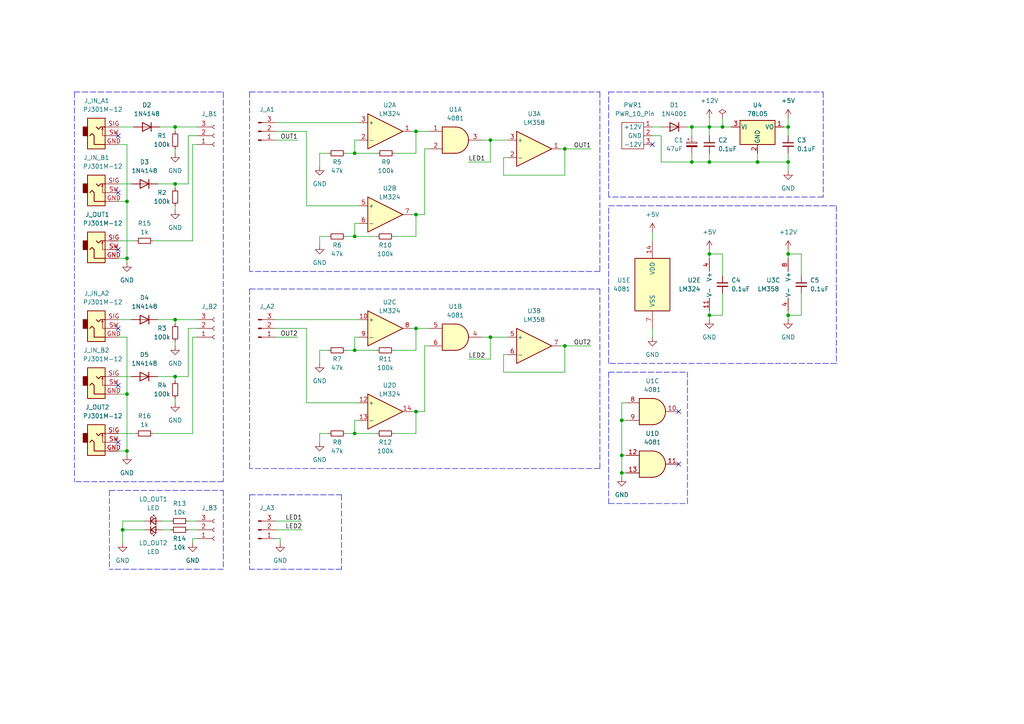
<source format=kicad_sch>
(kicad_sch (version 20211123) (generator eeschema)
  (paper "A4")
  (title_block (title "Avalon Harmonics LOGx") (rev "v1.1") (company "Avalon Harmonics"))
  (lib_symbols
    (symbol "4xxx:4081" (pin_names (offset 1.016))
      (property "Reference" "U" (at 0 1.27 0))
      (property "Value" "4081" (at 0 -1.27 0))
      (symbol "4081_1_1"
        (arc (start 0 -3.81) (mid 3.81 0) (end 0 3.81) (stroke (width 0.254)) (fill (type background)))
        (polyline (pts (xy 0 3.81) (xy -3.81 3.81) (xy -3.81 -3.81) (xy 0 -3.81)) (stroke (width 0.254)) (fill (type background)))
        (pin input line (at -7.62 2.54 0) (length 3.81) (name "~") (number "1"))
        (pin input line (at -7.62 -2.54 0) (length 3.81) (name "~") (number "2"))
        (pin output line (at 7.62 0 180) (length 3.81) (name "~") (number "3"))
      )
      (symbol "4081_1_2"
        (arc (start -3.81 -3.81) (mid -2.589 0) (end -3.81 3.81) (stroke (width 0.254)))
        (arc (start -0.6096 -3.81) (mid 2.1842 -2.5851) (end 3.81 0) (stroke (width 0.254)) (fill (type background)))
        (polyline (pts (xy -3.81 -3.81) (xy -0.635 -3.81)) (stroke (width 0.254)) (fill (type background)))
        (polyline (pts (xy -3.81 3.81) (xy -0.635 3.81)) (stroke (width 0.254)) (fill (type background)))
        (polyline (pts (xy -0.635 3.81) (xy -3.81 3.81) (xy -3.81 3.81) (xy -3.556 3.4036) (xy -3.0226 2.2606) (xy -2.6924 1.0414) (xy -2.6162 -0.254) (xy -2.7686 -1.4986) (xy -3.175 -2.7178) (xy -3.81 -3.81) (xy -3.81 -3.81) (xy -0.635 -3.81)) (stroke (width -25.4)) (fill (type background)))
        (arc (start 3.81 0) (mid 2.1915 2.5936) (end -0.6096 3.81) (stroke (width 0.254)) (fill (type background)))
        (pin input inverted (at -7.62 2.54 0) (length 4.318) (name "~") (number "1"))
        (pin input inverted (at -7.62 -2.54 0) (length 4.318) (name "~") (number "2"))
        (pin output inverted (at 7.62 0 180) (length 3.81) (name "~") (number "3"))
      )
      (symbol "4081_2_1"
        (arc (start 0 -3.81) (mid 3.81 0) (end 0 3.81) (stroke (width 0.254)) (fill (type background)))
        (polyline (pts (xy 0 3.81) (xy -3.81 3.81) (xy -3.81 -3.81) (xy 0 -3.81)) (stroke (width 0.254)) (fill (type background)))
        (pin output line (at 7.62 0 180) (length 3.81) (name "~") (number "4"))
        (pin input line (at -7.62 2.54 0) (length 3.81) (name "~") (number "5"))
        (pin input line (at -7.62 -2.54 0) (length 3.81) (name "~") (number "6"))
      )
      (symbol "4081_2_2"
        (arc (start -3.81 -3.81) (mid -2.589 0) (end -3.81 3.81) (stroke (width 0.254)))
        (arc (start -0.6096 -3.81) (mid 2.1842 -2.5851) (end 3.81 0) (stroke (width 0.254)) (fill (type background)))
        (polyline (pts (xy -3.81 -3.81) (xy -0.635 -3.81)) (stroke (width 0.254)) (fill (type background)))
        (polyline (pts (xy -3.81 3.81) (xy -0.635 3.81)) (stroke (width 0.254)) (fill (type background)))
        (polyline (pts (xy -0.635 3.81) (xy -3.81 3.81) (xy -3.81 3.81) (xy -3.556 3.4036) (xy -3.0226 2.2606) (xy -2.6924 1.0414) (xy -2.6162 -0.254) (xy -2.7686 -1.4986) (xy -3.175 -2.7178) (xy -3.81 -3.81) (xy -3.81 -3.81) (xy -0.635 -3.81)) (stroke (width -25.4)) (fill (type background)))
        (arc (start 3.81 0) (mid 2.1915 2.5936) (end -0.6096 3.81) (stroke (width 0.254)) (fill (type background)))
        (pin output inverted (at 7.62 0 180) (length 3.81) (name "~") (number "4"))
        (pin input inverted (at -7.62 2.54 0) (length 4.318) (name "~") (number "5"))
        (pin input inverted (at -7.62 -2.54 0) (length 4.318) (name "~") (number "6"))
      )
      (symbol "4081_3_1"
        (arc (start 0 -3.81) (mid 3.81 0) (end 0 3.81) (stroke (width 0.254)) (fill (type background)))
        (polyline (pts (xy 0 3.81) (xy -3.81 3.81) (xy -3.81 -3.81) (xy 0 -3.81)) (stroke (width 0.254)) (fill (type background)))
        (pin output line (at 7.62 0 180) (length 3.81) (name "~") (number "10"))
        (pin input line (at -7.62 2.54 0) (length 3.81) (name "~") (number "8"))
        (pin input line (at -7.62 -2.54 0) (length 3.81) (name "~") (number "9"))
      )
      (symbol "4081_3_2"
        (arc (start -3.81 -3.81) (mid -2.589 0) (end -3.81 3.81) (stroke (width 0.254)))
        (arc (start -0.6096 -3.81) (mid 2.1842 -2.5851) (end 3.81 0) (stroke (width 0.254)) (fill (type background)))
        (polyline (pts (xy -3.81 -3.81) (xy -0.635 -3.81)) (stroke (width 0.254)) (fill (type background)))
        (polyline (pts (xy -3.81 3.81) (xy -0.635 3.81)) (stroke (width 0.254)) (fill (type background)))
        (polyline (pts (xy -0.635 3.81) (xy -3.81 3.81) (xy -3.81 3.81) (xy -3.556 3.4036) (xy -3.0226 2.2606) (xy -2.6924 1.0414) (xy -2.6162 -0.254) (xy -2.7686 -1.4986) (xy -3.175 -2.7178) (xy -3.81 -3.81) (xy -3.81 -3.81) (xy -0.635 -3.81)) (stroke (width -25.4)) (fill (type background)))
        (arc (start 3.81 0) (mid 2.1915 2.5936) (end -0.6096 3.81) (stroke (width 0.254)) (fill (type background)))
        (pin output inverted (at 7.62 0 180) (length 3.81) (name "~") (number "10"))
        (pin input inverted (at -7.62 2.54 0) (length 4.318) (name "~") (number "8"))
        (pin input inverted (at -7.62 -2.54 0) (length 4.318) (name "~") (number "9"))
      )
      (symbol "4081_4_1"
        (arc (start 0 -3.81) (mid 3.81 0) (end 0 3.81) (stroke (width 0.254)) (fill (type background)))
        (polyline (pts (xy 0 3.81) (xy -3.81 3.81) (xy -3.81 -3.81) (xy 0 -3.81)) (stroke (width 0.254)) (fill (type background)))
        (pin output line (at 7.62 0 180) (length 3.81) (name "~") (number "11"))
        (pin input line (at -7.62 2.54 0) (length 3.81) (name "~") (number "12"))
        (pin input line (at -7.62 -2.54 0) (length 3.81) (name "~") (number "13"))
      )
      (symbol "4081_4_2"
        (arc (start -3.81 -3.81) (mid -2.589 0) (end -3.81 3.81) (stroke (width 0.254)))
        (arc (start -0.6096 -3.81) (mid 2.1842 -2.5851) (end 3.81 0) (stroke (width 0.254)) (fill (type background)))
        (polyline (pts (xy -3.81 -3.81) (xy -0.635 -3.81)) (stroke (width 0.254)) (fill (type background)))
        (polyline (pts (xy -3.81 3.81) (xy -0.635 3.81)) (stroke (width 0.254)) (fill (type background)))
        (polyline (pts (xy -0.635 3.81) (xy -3.81 3.81) (xy -3.81 3.81) (xy -3.556 3.4036) (xy -3.0226 2.2606) (xy -2.6924 1.0414) (xy -2.6162 -0.254) (xy -2.7686 -1.4986) (xy -3.175 -2.7178) (xy -3.81 -3.81) (xy -3.81 -3.81) (xy -0.635 -3.81)) (stroke (width -25.4)) (fill (type background)))
        (arc (start 3.81 0) (mid 2.1915 2.5936) (end -0.6096 3.81) (stroke (width 0.254)) (fill (type background)))
        (pin output inverted (at 7.62 0 180) (length 3.81) (name "~") (number "11"))
        (pin input inverted (at -7.62 2.54 0) (length 4.318) (name "~") (number "12"))
        (pin input inverted (at -7.62 -2.54 0) (length 4.318) (name "~") (number "13"))
      )
      (symbol "4081_5_0"
        (pin power_in line (at 0 12.7 270) (length 5.08) (name "VDD") (number "14"))
        (pin power_in line (at 0 -12.7 90) (length 5.08) (name "VSS") (number "7"))
      )
      (symbol "4081_5_1"
        (rectangle (start -5.08 7.62) (end 5.08 -7.62) (stroke (width 0.254)) (fill (type background)))
      )
    )
    (symbol "Amplifier_Operational:LM324" (pin_names (offset 0.127))
      (property "Reference" "U" (at 0 5.08 0))
      (property "Value" "LM324" (at 0 -5.08 0))
      (symbol "LM324_1_1"
        (polyline (pts (xy -5.08 5.08) (xy 5.08 0) (xy -5.08 -5.08) (xy -5.08 5.08)) (stroke (width 0.254)) (fill (type background)))
        (pin output line (at 7.62 0 180) (length 2.54) (name "~") (number "1"))
        (pin input line (at -7.62 -2.54 0) (length 2.54) (name "-") (number "2"))
        (pin input line (at -7.62 2.54 0) (length 2.54) (name "+") (number "3"))
      )
      (symbol "LM324_2_1"
        (polyline (pts (xy -5.08 5.08) (xy 5.08 0) (xy -5.08 -5.08) (xy -5.08 5.08)) (stroke (width 0.254)) (fill (type background)))
        (pin input line (at -7.62 2.54 0) (length 2.54) (name "+") (number "5"))
        (pin input line (at -7.62 -2.54 0) (length 2.54) (name "-") (number "6"))
        (pin output line (at 7.62 0 180) (length 2.54) (name "~") (number "7"))
      )
      (symbol "LM324_3_1"
        (polyline (pts (xy -5.08 5.08) (xy 5.08 0) (xy -5.08 -5.08) (xy -5.08 5.08)) (stroke (width 0.254)) (fill (type background)))
        (pin input line (at -7.62 2.54 0) (length 2.54) (name "+") (number "10"))
        (pin output line (at 7.62 0 180) (length 2.54) (name "~") (number "8"))
        (pin input line (at -7.62 -2.54 0) (length 2.54) (name "-") (number "9"))
      )
      (symbol "LM324_4_1"
        (polyline (pts (xy -5.08 5.08) (xy 5.08 0) (xy -5.08 -5.08) (xy -5.08 5.08)) (stroke (width 0.254)) (fill (type background)))
        (pin input line (at -7.62 2.54 0) (length 2.54) (name "+") (number "12"))
        (pin input line (at -7.62 -2.54 0) (length 2.54) (name "-") (number "13"))
        (pin output line (at 7.62 0 180) (length 2.54) (name "~") (number "14"))
      )
      (symbol "LM324_5_1"
        (pin power_in line (at -2.54 -7.62 90) (length 3.81) (name "V-") (number "11"))
        (pin power_in line (at -2.54 7.62 270) (length 3.81) (name "V+") (number "4"))
      )
    )
    (symbol "Amplifier_Operational:LM358" (pin_names (offset 0.127))
      (property "Reference" "U" (at 0 5.08 0))
      (property "Value" "LM358" (at 0 -5.08 0))
      (symbol "LM358_1_1"
        (polyline (pts (xy -5.08 5.08) (xy 5.08 0) (xy -5.08 -5.08) (xy -5.08 5.08)) (stroke (width 0.254)) (fill (type background)))
        (pin output line (at 7.62 0 180) (length 2.54) (name "~") (number "1"))
        (pin input line (at -7.62 -2.54 0) (length 2.54) (name "-") (number "2"))
        (pin input line (at -7.62 2.54 0) (length 2.54) (name "+") (number "3"))
      )
      (symbol "LM358_2_1"
        (polyline (pts (xy -5.08 5.08) (xy 5.08 0) (xy -5.08 -5.08) (xy -5.08 5.08)) (stroke (width 0.254)) (fill (type background)))
        (pin input line (at -7.62 2.54 0) (length 2.54) (name "+") (number "5"))
        (pin input line (at -7.62 -2.54 0) (length 2.54) (name "-") (number "6"))
        (pin output line (at 7.62 0 180) (length 2.54) (name "~") (number "7"))
      )
      (symbol "LM358_3_1"
        (pin power_in line (at -2.54 -7.62 90) (length 3.81) (name "V-") (number "4"))
        (pin power_in line (at -2.54 7.62 270) (length 3.81) (name "V+") (number "8"))
      )
    )
    (symbol "Connector:Conn_01x03_Female" (pin_names (offset 1.016) hide)
      (property "Reference" "J" (at 0 5.08 0))
      (property "Value" "Conn_01x03_Female" (at 0 -5.08 0))
      (symbol "Conn_01x03_Female_1_1"
        (arc (start 0 -2.032) (mid -0.508 -2.54) (end 0 -3.048) (stroke (width 0.1524)))
        (polyline (pts (xy -1.27 -2.54) (xy -0.508 -2.54)) (stroke (width 0.1524)))
        (polyline (pts (xy -1.27 0) (xy -0.508 0)) (stroke (width 0.1524)))
        (polyline (pts (xy -1.27 2.54) (xy -0.508 2.54)) (stroke (width 0.1524)))
        (arc (start 0 0.508) (mid -0.508 0) (end 0 -0.508) (stroke (width 0.1524)))
        (arc (start 0 3.048) (mid -0.508 2.54) (end 0 2.032) (stroke (width 0.1524)))
        (pin passive line (at -5.08 2.54 0) (length 3.81) (name "Pin_1") (number "1"))
        (pin passive line (at -5.08 0 0) (length 3.81) (name "Pin_2") (number "2"))
        (pin passive line (at -5.08 -2.54 0) (length 3.81) (name "Pin_3") (number "3"))
      )
    )
    (symbol "Connector:Conn_01x03_Male" (pin_names (offset 1.016) hide)
      (property "Reference" "J" (at 0 5.08 0))
      (property "Value" "Conn_01x03_Male" (at 0 -5.08 0))
      (symbol "Conn_01x03_Male_1_1"
        (polyline (pts (xy 1.27 -2.54) (xy 0.8636 -2.54)) (stroke (width 0.1524)))
        (polyline (pts (xy 1.27 0) (xy 0.8636 0)) (stroke (width 0.1524)))
        (polyline (pts (xy 1.27 2.54) (xy 0.8636 2.54)) (stroke (width 0.1524)))
        (rectangle (start 0.8636 -2.413) (end 0 -2.667) (stroke (width 0.1524)) (fill (type outline)))
        (rectangle (start 0.8636 0.127) (end 0 -0.127) (stroke (width 0.1524)) (fill (type outline)))
        (rectangle (start 0.8636 2.667) (end 0 2.413) (stroke (width 0.1524)) (fill (type outline)))
        (pin passive line (at 5.08 2.54 180) (length 3.81) (name "Pin_1") (number "1"))
        (pin passive line (at 5.08 0 180) (length 3.81) (name "Pin_2") (number "2"))
        (pin passive line (at 5.08 -2.54 180) (length 3.81) (name "Pin_3") (number "3"))
      )
    )
    (symbol "Device:C_Polarized_Small" (pin_numbers hide) (pin_names (offset 0.254) hide)
      (property "Reference" "C" (at 0.254 1.778 0))
      (property "Value" "C_Polarized_Small" (at 0.254 -2.032 0))
      (symbol "C_Polarized_Small_0_1"
        (rectangle (start -1.524 -0.3048) (end 1.524 -0.6858) (fill (type outline)))
        (rectangle (start -1.524 0.6858) (end 1.524 0.3048))
        (polyline (pts (xy -1.27 1.524) (xy -0.762 1.524)))
        (polyline (pts (xy -1.016 1.27) (xy -1.016 1.778)))
      )
      (symbol "C_Polarized_Small_1_1"
        (pin passive line (at 0 2.54 270) (length 1.8542) (name "~") (number "1"))
        (pin passive line (at 0 -2.54 90) (length 1.8542) (name "~") (number "2"))
      )
    )
    (symbol "Device:C_Small" (pin_numbers hide) (pin_names (offset 0.254) hide)
      (property "Reference" "C" (at 0.254 1.778 0))
      (property "Value" "C_Small" (at 0.254 -2.032 0))
      (symbol "C_Small_0_1"
        (polyline (pts (xy -1.524 -0.508) (xy 1.524 -0.508)) (stroke (width 0.3302)))
        (polyline (pts (xy -1.524 0.508) (xy 1.524 0.508)) (stroke (width 0.3048)))
      )
      (symbol "C_Small_1_1"
        (pin passive line (at 0 2.54 270) (length 2.032) (name "~") (number "1"))
        (pin passive line (at 0 -2.54 90) (length 2.032) (name "~") (number "2"))
      )
    )
    (symbol "Device:LED_Small" (pin_numbers hide) (pin_names (offset 0.254) hide)
      (property "Reference" "D" (at -1.27 3.175 0))
      (property "Value" "LED_Small" (at -4.445 -2.54 0))
      (symbol "LED_Small_0_1"
        (polyline (pts (xy -0.762 -1.016) (xy -0.762 1.016)) (stroke (width 0.254)))
        (polyline (pts (xy 1.016 0) (xy -0.762 0)))
        (polyline (pts (xy 0.762 -1.016) (xy -0.762 0) (xy 0.762 1.016) (xy 0.762 -1.016)) (stroke (width 0.254)))
        (polyline (pts (xy 0 0.762) (xy -0.508 1.27) (xy -0.254 1.27) (xy -0.508 1.27) (xy -0.508 1.016)))
        (polyline (pts (xy 0.508 1.27) (xy 0 1.778) (xy 0.254 1.778) (xy 0 1.778) (xy 0 1.524)))
      )
      (symbol "LED_Small_1_1"
        (pin passive line (at -2.54 0 0) (length 1.778) (name "K") (number "1"))
        (pin passive line (at 2.54 0 180) (length 1.778) (name "A") (number "2"))
      )
    )
    (symbol "Device:R_Small" (pin_numbers hide) (pin_names (offset 0.254) hide)
      (property "Reference" "R" (at 0.762 0.508 0))
      (property "Value" "R_Small" (at 0.762 -1.016 0))
      (symbol "R_Small_0_1"
        (rectangle (start -0.762 1.778) (end 0.762 -1.778) (stroke (width 0.2032)))
      )
      (symbol "R_Small_1_1"
        (pin passive line (at 0 2.54 270) (length 0.762) (name "~") (number "1"))
        (pin passive line (at 0 -2.54 90) (length 0.762) (name "~") (number "2"))
      )
    )
    (symbol "Diode:1N4001" (pin_numbers hide) (pin_names (offset 1.016) hide)
      (property "Reference" "D" (at 0 2.54 0))
      (property "Value" "1N4001" (at 0 -2.54 0))
      (symbol "1N4001_0_1"
        (polyline (pts (xy -1.27 1.27) (xy -1.27 -1.27)) (stroke (width 0.254)))
        (polyline (pts (xy 1.27 0) (xy -1.27 0)))
        (polyline (pts (xy 1.27 1.27) (xy 1.27 -1.27) (xy -1.27 0) (xy 1.27 1.27)) (stroke (width 0.254)))
      )
      (symbol "1N4001_1_1"
        (pin passive line (at -3.81 0 0) (length 2.54) (name "K") (number "1"))
        (pin passive line (at 3.81 0 180) (length 2.54) (name "A") (number "2"))
      )
    )
    (symbol "Diode:1N4148" (pin_numbers hide) (pin_names (offset 1.016) hide)
      (property "Reference" "D" (at 0 2.54 0))
      (property "Value" "1N4148" (at 0 -2.54 0))
      (symbol "1N4148_0_1"
        (polyline (pts (xy -1.27 1.27) (xy -1.27 -1.27)) (stroke (width 0.254)))
        (polyline (pts (xy 1.27 0) (xy -1.27 0)))
        (polyline (pts (xy 1.27 1.27) (xy 1.27 -1.27) (xy -1.27 0) (xy 1.27 1.27)) (stroke (width 0.254)))
      )
      (symbol "1N4148_1_1"
        (pin passive line (at -3.81 0 0) (length 2.54) (name "K") (number "1"))
        (pin passive line (at 3.81 0 180) (length 2.54) (name "A") (number "2"))
      )
    )
    (symbol "Eurorack:PJ301M-12"
      (property "Reference" "J?" (at -0.635 7.62 0))
      (property "Value" "PJ301M-12" (at -0.635 5.08 0))
      (symbol "PJ301M-12_0_1"
        (rectangle (start -2.54 0) (end -3.81 -2.54) (stroke (width 0.254)) (fill (type outline)))
        (polyline (pts (xy 1.778 -0.254) (xy 2.032 -0.762)))
        (polyline (pts (xy 3.81 -5.08) (xy 2.54 -5.08)))
        (polyline (pts (xy 3.81 -2.54) (xy 2.54 -2.54)))
        (polyline (pts (xy 3.81 0) (xy 2.54 0)))
        (polyline (pts (xy 0 0) (xy 0.635 -0.635) (xy 1.27 0) (xy 2.54 0)) (stroke (width 0.254)))
        (polyline (pts (xy 2.54 -2.54) (xy 1.778 -2.54) (xy 1.778 -0.254) (xy 1.524 -0.762)))
        (polyline (pts (xy 2.54 -5.08) (xy -0.635 -5.08) (xy -0.635 -2.54) (xy -1.27 -1.905) (xy -1.905 -2.54)) (stroke (width 0.254)))
        (rectangle (start 2.54 2.54) (end -2.54 -6.35) (stroke (width 0.254)) (fill (type background)))
      )
      (symbol "PJ301M-12_1_1"
        (pin passive line (at 6.35 -5.08 180) (length 2.54) (name "~") (number "GND"))
        (pin passive line (at 6.35 0 180) (length 2.54) (name "~") (number "SIG"))
        (pin passive line (at 6.35 -2.54 180) (length 2.54) (name "~") (number "SW"))
      )
    )
    (symbol "Eurorack:PWR_10_Pin"
      (property "Reference" "H?" (at -5.08 6.35 0))
      (property "Value" "PWR_10_Pin" (at -5.08 3.81 0))
      (symbol "PWR_10_Pin_0_1"
        (rectangle (start -2.54 2.54) (end -8.89 -5.08))
      )
      (symbol "PWR_10_Pin_1_1"
        (pin power_out line (at 0 1.27 180) (length 2.54) (name "+12V") (number "1"))
        (pin power_out line (at 0 -1.27 180) (length 2.54) (name "GND") (number "2"))
        (pin power_out line (at 0 -3.81 180) (length 2.54) (name "-12V") (number "3"))
      )
    )
    (symbol "Regulator_Linear:L78L05_TO92" (pin_names (offset 0.254))
      (property "Reference" "U" (at -3.81 3.175 0))
      (property "Value" "L78L05_TO92" (at 0 3.175 0))
      (symbol "L78L05_TO92_0_1"
        (rectangle (start -5.08 -5.08) (end 5.08 1.905) (stroke (width 0.254)) (fill (type background)))
      )
      (symbol "L78L05_TO92_1_1"
        (pin power_out line (at 7.62 0 180) (length 2.54) (name "VO") (number "1"))
        (pin power_in line (at 0 -7.62 90) (length 2.54) (name "GND") (number "2"))
        (pin power_in line (at -7.62 0 0) (length 2.54) (name "VI") (number "3"))
      )
    )
    (symbol "power:+12V" (power) (pin_names (offset 0))
      (property "Value" "+12V" (at 0 3.556 0))
      (symbol "+12V_0_1"
        (polyline (pts (xy -0.762 1.27) (xy 0 2.54)))
        (polyline (pts (xy 0 0) (xy 0 2.54)))
        (polyline (pts (xy 0 2.54) (xy 0.762 1.27)))
      )
      (symbol "+12V_1_1"
        (pin power_in line (at 0 0 90) (length 0) hide (name "+12V") (number "1"))
      )
    )
    (symbol "power:+5V" (power) (pin_names (offset 0))
      (property "Value" "+5V" (at 0 3.556 0))
      (symbol "+5V_0_1"
        (polyline (pts (xy -0.762 1.27) (xy 0 2.54)))
        (polyline (pts (xy 0 0) (xy 0 2.54)))
        (polyline (pts (xy 0 2.54) (xy 0.762 1.27)))
      )
      (symbol "+5V_1_1"
        (pin power_in line (at 0 0 90) (length 0) hide (name "+5V") (number "1"))
      )
    )
    (symbol "power:GND" (power) (pin_names (offset 0))
      (property "Value" "GND" (at 0 -3.81 0))
      (symbol "GND_0_1"
        (polyline (pts (xy 0 0) (xy 0 -1.27) (xy 1.27 -1.27) (xy 0 -2.54) (xy -1.27 -1.27) (xy 0 -1.27)))
      )
      (symbol "GND_1_1"
        (pin power_in line (at 0 0 270) (length 0) hide (name "GND") (number "1"))
      )
    )
    (symbol "power:PWR_FLAG" (power) (pin_numbers hide) (pin_names (offset 0) hide)
      (property "Value" "PWR_FLAG" (at 0 3.81 0))
      (symbol "PWR_FLAG_0_0"
        (pin power_out line (at 0 0 90) (length 0) (name "pwr") (number "1"))
      )
      (symbol "PWR_FLAG_0_1"
        (polyline (pts (xy 0 0) (xy 0 1.27) (xy -1.016 1.905) (xy 0 2.54) (xy 1.016 1.905) (xy 0 1.27)))
      )
    )
  )
  (junction (at 163.83 100.33))
  (junction (at 102.87 125.73))
  (junction (at 200.66 36.83))
  (junction (at 120.65 38.1))
  (junction (at 205.74 36.83))
  (junction (at 36.83 130.81))
  (junction (at 36.83 114.3))
  (junction (at 180.34 137.16))
  (junction (at 180.34 132.08))
  (junction (at 205.74 73.66))
  (junction (at 163.83 43.18))
  (junction (at 35.56 153.67))
  (junction (at 50.8 92.71))
  (junction (at 120.65 62.23))
  (junction (at 200.66 46.99))
  (junction (at 142.24 40.64))
  (junction (at 228.6 91.44))
  (junction (at 120.65 95.25))
  (junction (at 180.34 121.92))
  (junction (at 205.74 46.99))
  (junction (at 50.8 53.34))
  (junction (at 209.55 36.83))
  (junction (at 102.87 101.6))
  (junction (at 120.65 119.38))
  (junction (at 102.87 68.58))
  (junction (at 228.6 36.83))
  (junction (at 50.8 109.22))
  (junction (at 205.74 91.44))
  (junction (at 228.6 73.66))
  (junction (at 102.87 44.45))
  (junction (at 142.24 97.79))
  (junction (at 50.8 36.83))
  (junction (at 36.83 74.93))
  (junction (at 36.83 58.42))
  (junction (at 219.71 46.99))
  (junction (at 228.6 46.99))
  (no_connect (at 34.29 111.76))
  (no_connect (at 34.29 128.27))
  (no_connect (at 34.29 95.25))
  (no_connect (at 34.29 72.39))
  (no_connect (at 34.29 39.37))
  (no_connect (at 189.23 41.91))
  (no_connect (at 196.85 119.38))
  (no_connect (at 196.85 134.62))
  (no_connect (at 34.29 55.88))
  (wire (pts (xy 135.89 46.99) (xy 142.24 46.99)))
  (wire (pts (xy 191.77 46.99) (xy 200.66 46.99)))
  (wire (pts (xy 181.61 121.92) (xy 180.34 121.92)))
  (wire (pts (xy 189.23 39.37) (xy 191.77 39.37)))
  (wire (pts (xy 80.01 92.71) (xy 104.14 92.71)))
  (wire (pts (xy 46.99 153.67) (xy 49.53 153.67)))
  (wire (pts (xy 205.74 44.45) (xy 205.74 46.99)))
  (wire (pts (xy 232.41 73.66) (xy 228.6 73.66)))
  (wire (pts (xy 50.8 36.83) (xy 57.15 36.83)))
  (wire (pts (xy 228.6 92.71) (xy 228.6 91.44)))
  (wire (pts (xy 102.87 44.45) (xy 109.4094 44.45)))
  (wire (pts (xy 34.29 114.3) (xy 36.83 114.3)))
  (wire (pts (xy 34.29 92.71) (xy 38.1 92.71)))
  (wire (pts (xy 80.01 95.25) (xy 88.9 95.25)))
  (polyline (pts (xy 21.59 26.67) (xy 21.59 139.7)))
  (polyline (pts (xy 176.53 26.67) (xy 238.76 26.67)))
  (wire (pts (xy 181.61 116.84) (xy 180.34 116.84)))
  (wire (pts (xy 80.01 156.21) (xy 81.28 156.21)))
  (wire (pts (xy 163.83 50.8) (xy 163.83 43.18)))
  (wire (pts (xy 50.8 92.71) (xy 57.15 92.71)))
  (wire (pts (xy 147.32 102.87) (xy 146.05 102.87)))
  (wire (pts (xy 114.4894 44.45) (xy 120.65 44.45)))
  (wire (pts (xy 120.65 38.1) (xy 124.46 38.1)))
  (polyline (pts (xy 64.77 165.1) (xy 31.75 165.1)))
  (wire (pts (xy 123.19 62.23) (xy 120.65 62.23)))
  (polyline (pts (xy 72.39 26.67) (xy 72.39 78.74)))
  (wire (pts (xy 54.61 109.22) (xy 50.8 109.22)))
  (wire (pts (xy 232.41 91.44) (xy 228.6 91.44)))
  (wire (pts (xy 147.32 45.72) (xy 146.05 45.72)))
  (wire (pts (xy 50.8 110.49) (xy 50.8 109.22)))
  (wire (pts (xy 57.15 97.79) (xy 55.88 97.79)))
  (polyline (pts (xy 176.53 57.15) (xy 176.53 26.67)))
  (polyline (pts (xy 64.77 139.7) (xy 21.59 139.7)))
  (wire (pts (xy 100.33 101.6) (xy 102.87 101.6)))
  (polyline (pts (xy 199.39 146.05) (xy 199.39 107.95)))
  (wire (pts (xy 228.6 36.83) (xy 227.33 36.83)))
  (wire (pts (xy 54.61 39.37) (xy 54.61 53.34)))
  (wire (pts (xy 135.89 104.14) (xy 142.24 104.14)))
  (wire (pts (xy 146.05 102.87) (xy 146.05 107.95)))
  (wire (pts (xy 120.65 95.25) (xy 124.46 95.25)))
  (wire (pts (xy 123.19 119.38) (xy 120.65 119.38)))
  (polyline (pts (xy 173.99 78.74) (xy 72.39 78.74)))
  (polyline (pts (xy 176.53 105.41) (xy 176.53 59.69)))
  (wire (pts (xy 45.6894 109.22) (xy 50.8 109.22)))
  (wire (pts (xy 219.71 46.99) (xy 228.6 46.99)))
  (wire (pts (xy 120.65 68.58) (xy 120.65 62.23)))
  (polyline (pts (xy 242.57 105.41) (xy 176.53 105.41)))
  (wire (pts (xy 54.61 95.25) (xy 54.61 109.22)))
  (wire (pts (xy 100.33 68.58) (xy 102.87 68.58)))
  (wire (pts (xy 205.74 90.17) (xy 205.74 91.44)))
  (polyline (pts (xy 72.39 26.67) (xy 173.99 26.67)))
  (polyline (pts (xy 242.57 59.69) (xy 242.57 105.41)))
  (wire (pts (xy 35.56 151.13) (xy 35.56 153.67)))
  (wire (pts (xy 205.74 34.29) (xy 205.74 36.83)))
  (wire (pts (xy 50.8 38.1) (xy 50.8 36.83)))
  (wire (pts (xy 209.55 91.44) (xy 205.74 91.44)))
  (wire (pts (xy 38.1 53.34) (xy 34.29 53.34)))
  (wire (pts (xy 228.6 46.99) (xy 228.6 49.53)))
  (wire (pts (xy 88.9 116.84) (xy 104.14 116.84)))
  (wire (pts (xy 209.55 80.01) (xy 209.55 73.66)))
  (wire (pts (xy 55.88 69.85) (xy 44.45 69.85)))
  (polyline (pts (xy 238.76 57.15) (xy 176.53 57.15)))
  (wire (pts (xy 200.66 36.83) (xy 200.66 39.37)))
  (wire (pts (xy 34.29 97.79) (xy 36.83 97.79)))
  (polyline (pts (xy 21.59 26.67) (xy 64.77 26.67)))
  (polyline (pts (xy 99.06 165.1) (xy 72.39 165.1)))
  (wire (pts (xy 92.71 101.6) (xy 92.71 105.41)))
  (wire (pts (xy 228.6 73.66) (xy 228.6 74.93)))
  (wire (pts (xy 200.66 46.99) (xy 205.74 46.99)))
  (wire (pts (xy 200.66 36.83) (xy 199.39 36.83)))
  (wire (pts (xy 39.37 125.73) (xy 34.29 125.73)))
  (wire (pts (xy 36.83 41.91) (xy 36.83 58.42)))
  (wire (pts (xy 181.61 132.08) (xy 180.34 132.08)))
  (wire (pts (xy 142.24 97.79) (xy 142.24 104.14)))
  (wire (pts (xy 80.01 40.64) (xy 86.36 40.64)))
  (wire (pts (xy 191.77 39.37) (xy 191.77 46.99)))
  (wire (pts (xy 41.91 151.13) (xy 35.56 151.13)))
  (wire (pts (xy 205.74 91.44) (xy 205.74 92.71)))
  (wire (pts (xy 205.74 46.99) (xy 219.71 46.99)))
  (wire (pts (xy 104.14 97.79) (xy 102.87 97.79)))
  (wire (pts (xy 104.14 40.64) (xy 102.87 40.64)))
  (polyline (pts (xy 72.39 143.51) (xy 72.39 165.1)))
  (wire (pts (xy 205.74 72.39) (xy 205.74 73.66)))
  (wire (pts (xy 120.65 38.1) (xy 119.38 38.1)))
  (wire (pts (xy 35.56 153.67) (xy 35.56 157.48)))
  (wire (pts (xy 124.46 43.18) (xy 123.19 43.18)))
  (polyline (pts (xy 176.53 107.95) (xy 176.53 146.05)))
  (wire (pts (xy 180.34 121.92) (xy 180.34 132.08)))
  (polyline (pts (xy 176.53 146.05) (xy 199.39 146.05)))
  (wire (pts (xy 88.9 59.69) (xy 104.14 59.69)))
  (wire (pts (xy 50.8 43.18) (xy 50.8 44.45)))
  (wire (pts (xy 34.29 130.81) (xy 36.83 130.81)))
  (wire (pts (xy 209.55 34.29) (xy 209.55 36.83)))
  (polyline (pts (xy 173.99 83.82) (xy 173.99 135.89)))
  (wire (pts (xy 80.01 151.13) (xy 87.63 151.13)))
  (wire (pts (xy 205.74 73.66) (xy 205.74 74.93)))
  (wire (pts (xy 189.23 95.25) (xy 189.23 97.79)))
  (wire (pts (xy 50.8 99.06) (xy 50.8 100.33)))
  (wire (pts (xy 92.71 68.58) (xy 92.71 71.12)))
  (wire (pts (xy 120.65 125.73) (xy 120.65 119.38)))
  (wire (pts (xy 55.88 97.79) (xy 55.88 125.73)))
  (wire (pts (xy 38.0694 109.22) (xy 34.29 109.22)))
  (wire (pts (xy 34.29 41.91) (xy 36.83 41.91)))
  (wire (pts (xy 142.24 40.64) (xy 147.32 40.64)))
  (polyline (pts (xy 176.53 59.69) (xy 242.57 59.69)))
  (wire (pts (xy 205.74 39.37) (xy 205.74 36.83)))
  (wire (pts (xy 36.83 58.42) (xy 36.83 74.93)))
  (polyline (pts (xy 176.53 107.95) (xy 199.39 107.95)))
  (wire (pts (xy 80.01 38.1) (xy 88.9 38.1)))
  (polyline (pts (xy 99.06 143.51) (xy 99.06 165.1)))
  (wire (pts (xy 55.88 156.21) (xy 55.88 157.48)))
  (wire (pts (xy 114.3 101.6) (xy 120.65 101.6)))
  (wire (pts (xy 163.83 107.95) (xy 163.83 100.33)))
  (polyline (pts (xy 72.39 83.82) (xy 72.39 135.89)))
  (wire (pts (xy 228.6 39.37) (xy 228.6 36.83)))
  (wire (pts (xy 92.71 125.73) (xy 95.25 125.73)))
  (wire (pts (xy 45.72 92.71) (xy 50.8 92.71)))
  (wire (pts (xy 57.15 95.25) (xy 54.61 95.25)))
  (wire (pts (xy 57.15 41.91) (xy 55.88 41.91)))
  (wire (pts (xy 92.71 44.45) (xy 92.71 48.26)))
  (wire (pts (xy 200.66 36.83) (xy 205.74 36.83)))
  (wire (pts (xy 232.41 80.01) (xy 232.41 73.66)))
  (wire (pts (xy 102.87 40.64) (xy 102.87 44.45)))
  (wire (pts (xy 54.61 153.67) (xy 57.15 153.67)))
  (wire (pts (xy 102.87 97.79) (xy 102.87 101.6)))
  (wire (pts (xy 92.71 44.45) (xy 95.25 44.45)))
  (wire (pts (xy 88.9 95.25) (xy 88.9 116.84)))
  (wire (pts (xy 180.34 132.08) (xy 180.34 137.16)))
  (wire (pts (xy 92.71 101.6) (xy 95.25 101.6)))
  (wire (pts (xy 146.05 50.8) (xy 163.83 50.8)))
  (wire (pts (xy 80.01 35.56) (xy 104.14 35.56)))
  (wire (pts (xy 180.34 137.16) (xy 181.61 137.16)))
  (wire (pts (xy 189.23 36.83) (xy 191.77 36.83)))
  (wire (pts (xy 180.34 116.84) (xy 180.34 121.92)))
  (wire (pts (xy 228.6 44.45) (xy 228.6 46.99)))
  (wire (pts (xy 54.61 53.34) (xy 50.8 53.34)))
  (wire (pts (xy 209.55 73.66) (xy 205.74 73.66)))
  (wire (pts (xy 163.83 43.18) (xy 171.45 43.18)))
  (polyline (pts (xy 31.75 142.24) (xy 64.77 142.24)))
  (wire (pts (xy 114.3 68.58) (xy 120.65 68.58)))
  (wire (pts (xy 39.37 69.85) (xy 34.29 69.85)))
  (wire (pts (xy 36.83 132.08) (xy 36.83 130.81)))
  (wire (pts (xy 80.01 97.79) (xy 86.36 97.79)))
  (wire (pts (xy 100.33 44.45) (xy 102.87 44.45)))
  (wire (pts (xy 228.6 34.29) (xy 228.6 36.83)))
  (wire (pts (xy 180.34 138.43) (xy 180.34 137.16)))
  (wire (pts (xy 92.71 125.73) (xy 92.71 128.27)))
  (wire (pts (xy 123.19 100.33) (xy 123.19 119.38)))
  (wire (pts (xy 142.24 40.64) (xy 142.24 46.99)))
  (wire (pts (xy 146.05 107.95) (xy 163.83 107.95)))
  (wire (pts (xy 163.83 43.18) (xy 162.56 43.18)))
  (polyline (pts (xy 64.77 142.24) (xy 64.77 165.1)))
  (polyline (pts (xy 72.39 143.51) (xy 99.06 143.51)))
  (wire (pts (xy 124.46 100.33) (xy 123.19 100.33)))
  (wire (pts (xy 200.66 44.45) (xy 200.66 46.99)))
  (wire (pts (xy 80.01 153.67) (xy 87.63 153.67)))
  (wire (pts (xy 102.87 68.58) (xy 109.22 68.58)))
  (wire (pts (xy 55.88 41.91) (xy 55.88 69.85)))
  (wire (pts (xy 92.71 68.58) (xy 95.25 68.58)))
  (wire (pts (xy 81.28 156.21) (xy 81.28 157.48)))
  (wire (pts (xy 228.6 90.17) (xy 228.6 91.44)))
  (polyline (pts (xy 238.76 26.67) (xy 238.76 57.15)))
  (wire (pts (xy 228.6 72.39) (xy 228.6 73.66)))
  (wire (pts (xy 120.65 44.45) (xy 120.65 38.1)))
  (wire (pts (xy 120.65 101.6) (xy 120.65 95.25)))
  (wire (pts (xy 163.83 100.33) (xy 162.56 100.33)))
  (wire (pts (xy 34.29 36.83) (xy 38.7695 36.83)))
  (wire (pts (xy 35.56 153.67) (xy 41.91 153.67)))
  (wire (pts (xy 102.87 125.73) (xy 109.22 125.73)))
  (wire (pts (xy 36.83 74.93) (xy 34.29 74.93)))
  (wire (pts (xy 209.55 85.09) (xy 209.55 91.44)))
  (wire (pts (xy 36.83 114.3) (xy 36.83 130.81)))
  (wire (pts (xy 46.99 151.13) (xy 49.53 151.13)))
  (wire (pts (xy 34.29 58.42) (xy 36.83 58.42)))
  (wire (pts (xy 120.65 62.23) (xy 119.38 62.23)))
  (wire (pts (xy 219.71 44.45) (xy 219.71 46.99)))
  (wire (pts (xy 209.55 36.83) (xy 205.74 36.83)))
  (wire (pts (xy 55.88 125.73) (xy 44.45 125.73)))
  (wire (pts (xy 163.83 100.33) (xy 171.45 100.33)))
  (wire (pts (xy 46.3895 36.83) (xy 50.8 36.83)))
  (wire (pts (xy 146.05 45.72) (xy 146.05 50.8)))
  (wire (pts (xy 88.9 38.1) (xy 88.9 59.69)))
  (polyline (pts (xy 173.99 135.89) (xy 72.39 135.89)))
  (wire (pts (xy 120.65 95.25) (xy 119.38 95.25)))
  (wire (pts (xy 100.33 125.73) (xy 102.87 125.73)))
  (wire (pts (xy 120.65 119.38) (xy 119.38 119.38)))
  (wire (pts (xy 36.83 97.79) (xy 36.83 114.3)))
  (wire (pts (xy 50.8 54.61) (xy 50.8 53.34)))
  (polyline (pts (xy 72.39 83.82) (xy 173.99 83.82)))
  (wire (pts (xy 114.3 125.73) (xy 120.65 125.73)))
  (polyline (pts (xy 173.99 26.67) (xy 173.99 78.74)))
  (wire (pts (xy 54.61 151.13) (xy 57.15 151.13)))
  (wire (pts (xy 50.8 92.71) (xy 50.8 93.98)))
  (wire (pts (xy 104.14 64.77) (xy 102.87 64.77)))
  (wire (pts (xy 232.41 85.09) (xy 232.41 91.44)))
  (wire (pts (xy 139.7 97.79) (xy 142.24 97.79)))
  (wire (pts (xy 102.87 101.6) (xy 109.22 101.6)))
  (wire (pts (xy 45.72 53.34) (xy 50.8 53.34)))
  (wire (pts (xy 209.55 36.83) (xy 212.09 36.83)))
  (wire (pts (xy 57.15 39.37) (xy 54.61 39.37)))
  (wire (pts (xy 50.8 59.69) (xy 50.8 60.96)))
  (wire (pts (xy 102.87 64.77) (xy 102.87 68.58)))
  (wire (pts (xy 57.15 156.21) (xy 55.88 156.21)))
  (polyline (pts (xy 31.75 142.24) (xy 31.75 165.1)))
  (wire (pts (xy 189.23 67.31) (xy 189.23 69.85)))
  (wire (pts (xy 139.7 40.64) (xy 142.24 40.64)))
  (wire (pts (xy 36.83 76.2) (xy 36.83 74.93)))
  (wire (pts (xy 50.8 115.57) (xy 50.8 116.84)))
  (polyline (pts (xy 64.77 26.67) (xy 64.77 139.7)))
  (wire (pts (xy 123.19 43.18) (xy 123.19 62.23)))
  (wire (pts (xy 142.24 97.79) (xy 147.32 97.79)))
  (wire (pts (xy 102.87 121.92) (xy 102.87 125.73)))
  (wire (pts (xy 104.14 121.92) (xy 102.87 121.92)))
  (label "OUT2" (at 86.36 97.79 180))
  (label "LED2" (at 135.89 104.14 0))
  (label "LED1" (at 135.89 46.99 0))
  (label "OUT2" (at 171.45 100.33 180))
  (label "OUT1" (at 171.45 43.18 180))
  (label "LED2" (at 87.63 153.67 180))
  (label "OUT1" (at 86.36 40.64 180))
  (label "LED1" (at 87.63 151.13 180))
  (symbol (lib_id "Device:R_Small") (at 52.07 151.13 270) (unit 1)
    (property "Reference" "R13" (at 52.07 146.05 90))
    (property "Value" "10k" (at 52.07 148.59 90))
    (property "Footprint" "Resistor_THT:R_Axial_DIN0207_L6.3mm_D2.5mm_P10.16mm_Horizontal" (effects hide))
  )
  (symbol (lib_id "4xxx:4081") (at 189.23 134.62 0) (unit 4)
    (property "Reference" "U1" (at 189.23 125.73 0))
    (property "Value" "4081" (at 189.23 128.27 0))
    (property "Footprint" "Package_DIP:DIP-14_W7.62mm_Socket_LongPads" (effects hide))
    (property "Datasheet" "http://www.intersil.com/content/dam/Intersil/documents/cd40/cd4073bms-81bms-82bms.pdf" (effects hide))
  )
  (symbol (lib_id "Device:R_Small") (at 50.8 57.15 0) (unit 1)
    (property "Reference" "R2" (at 46.99 55.88 0))
    (property "Value" "100k" (at 46.99 58.42 0))
    (property "Footprint" "Resistor_THT:R_Axial_DIN0207_L6.3mm_D2.5mm_P10.16mm_Horizontal" (effects hide))
  )
  (symbol (lib_id "Eurorack:PJ301M-12") (at 27.94 92.71 0) (unit 1)
    (property "Reference" "J_IN_A2" (at 31.75 85.09 0) (effects (justify right)))
    (property "Value" "PJ301M-12" (at 35.56 87.63 0) (effects (justify right)))
    (property "Footprint" "Eurorack:PJ301M-12" (effects hide))
  )
  (symbol (lib_id "4xxx:4081") (at 189.23 82.55 0) (mirror y) (unit 5)
    (property "Reference" "U1" (at 182.88 81.2799 0) (effects (justify left)))
    (property "Value" "4081" (at 182.88 83.8199 0) (effects (justify left)))
    (property "Footprint" "Package_DIP:DIP-14_W7.62mm_Socket_LongPads" (effects hide))
    (property "Datasheet" "http://www.intersil.com/content/dam/Intersil/documents/cd40/cd4073bms-81bms-82bms.pdf" (effects hide))
  )
  (symbol (lib_id "Amplifier_Operational:LM324") (at 111.76 38.1 0) (unit 1)
    (property "Reference" "U2" (at 113.03 30.48 0))
    (property "Value" "LM324" (at 113.03 33.02 0))
    (property "Footprint" "Package_DIP:DIP-14_W7.62mm_Socket_LongPads" (effects hide))
    (property "Datasheet" "http://www.ti.com/lit/ds/symlink/lm2902-n.pdf" (effects hide))
    (property "Spice_Primitive" "X" (effects hide))
    (property "Spice_Model" "LM324" (effects hide))
    (property "Spice_Netlist_Enabled" "Y" (effects hide))
    (property "Spice_Lib_File" "/home/ebu/Documents/KiCad/KiCad-Spice-Library/Models/uncategorized/spice_complete/cadlab.lib" (effects hide))
  )
  (symbol (lib_id "Connector:Conn_01x03_Male") (at 74.93 95.25 0) (mirror x) (unit 1)
    (property "Reference" "J_A2" (at 77.47 88.9 0))
    (property "Value" "Conn_01x03_Male" (effects hide))
    (property "Footprint" "Connector_PinHeader_2.54mm:PinHeader_1x03_P2.54mm_Vertical" (effects hide))
  )
  (symbol (lib_id "4xxx:4081") (at 189.23 119.38 0) (unit 3)
    (property "Reference" "U1" (at 189.23 110.49 0))
    (property "Value" "4081" (at 189.23 113.03 0))
    (property "Footprint" "Package_DIP:DIP-14_W7.62mm_Socket_LongPads" (effects hide))
    (property "Datasheet" "http://www.intersil.com/content/dam/Intersil/documents/cd40/cd4073bms-81bms-82bms.pdf" (effects hide))
  )
  (symbol (lib_id "Amplifier_Operational:LM358") (at 231.14 82.55 0) (unit 3)
    (property "Reference" "U3" (at 222.25 81.28 0) (effects (justify left)))
    (property "Value" "LM358" (at 219.71 83.82 0) (effects (justify left)))
    (property "Footprint" "Package_DIP:DIP-8_W7.62mm_Socket_LongPads" (effects hide))
    (property "Datasheet" "http://www.ti.com/lit/ds/symlink/lm2904-n.pdf" (effects hide))
  )
  (symbol (lib_id "Device:R_Small") (at 111.76 101.6 270) (mirror x) (unit 1)
    (property "Reference" "R11" (at 111.76 104.14 90))
    (property "Value" "100k" (at 111.76 106.68 90))
    (property "Footprint" "Resistor_THT:R_Axial_DIN0207_L6.3mm_D2.5mm_P2.54mm_Vertical" (effects hide))
  )
  (symbol (lib_id "Connector:Conn_01x03_Female") (at 62.23 95.25 0) (mirror x) (unit 1)
    (property "Reference" "J_B2" (at 58.42 88.9 0) (effects (justify left)))
    (property "Value" "Conn_01x03_Female" (effects hide))
    (property "Footprint" "Connector_PinHeader_2.54mm:PinHeader_1x03_P2.54mm_Vertical" (effects hide))
  )
  (symbol (lib_id "power:+5V") (at 205.74 72.39 0) (unit 1)
    (property "Reference" "#PWR0114" (effects hide))
    (property "Value" "+5V" (at 205.74 67.31 0))
  )
  (symbol (lib_id "power:GND") (at 81.28 157.48 0) (unit 1)
    (property "Reference" "#PWR0107" (effects hide))
    (property "Value" "GND" (at 81.28 162.56 0))
  )
  (symbol (lib_id "power:GND") (at 92.71 48.26 0) (unit 1)
    (property "Reference" "#PWR0104" (effects hide))
    (property "Value" "GND" (at 92.71 53.34 0))
  )
  (symbol (lib_id "Amplifier_Operational:LM358") (at 154.94 43.18 0) (unit 1)
    (property "Reference" "U3" (at 154.94 33.02 0))
    (property "Value" "LM358" (at 154.94 35.56 0))
    (property "Footprint" "Package_DIP:DIP-8_W7.62mm_Socket_LongPads" (effects hide))
    (property "Datasheet" "http://www.ti.com/lit/ds/symlink/lm2904-n.pdf" (effects hide))
  )
  (symbol (lib_id "Eurorack:PJ301M-12") (at 27.94 69.85 0) (unit 1)
    (property "Reference" "J_OUT1" (at 31.75 62.23 0) (effects (justify right)))
    (property "Value" "PJ301M-12" (at 35.56 64.77 0) (effects (justify right)))
    (property "Footprint" "Eurorack:PJ301M-12" (effects hide))
  )
  (symbol (lib_id "4xxx:4081") (at 132.08 40.64 0) (unit 1)
    (property "Reference" "U1" (at 132.08 31.75 0))
    (property "Value" "4081" (at 132.08 34.29 0))
    (property "Footprint" "Package_DIP:DIP-14_W7.62mm_Socket_LongPads" (effects hide))
    (property "Datasheet" "http://www.intersil.com/content/dam/Intersil/documents/cd40/cd4073bms-81bms-82bms.pdf" (effects hide))
  )
  (symbol (lib_id "Device:C_Small") (at 205.74 41.91 0) (unit 1)
    (property "Reference" "C2" (at 208.28 40.6462 0) (effects (justify left)))
    (property "Value" "0.1uF" (at 208.28 43.1862 0) (effects (justify left)))
    (property "Footprint" "Capacitor_THT:C_Disc_D7.0mm_W2.5mm_P5.00mm" (effects hide))
  )
  (symbol (lib_id "Amplifier_Operational:LM324") (at 111.76 62.23 0) (unit 2)
    (property "Reference" "U2" (at 113.03 54.61 0))
    (property "Value" "LM324" (at 113.03 57.15 0))
    (property "Footprint" "Package_DIP:DIP-14_W7.62mm_Socket_LongPads" (effects hide))
    (property "Datasheet" "http://www.ti.com/lit/ds/symlink/lm2902-n.pdf" (effects hide))
    (property "Spice_Primitive" "X" (effects hide))
    (property "Spice_Model" "LM324" (effects hide))
    (property "Spice_Netlist_Enabled" "Y" (effects hide))
    (property "Spice_Lib_File" "/home/ebu/Documents/KiCad/KiCad-Spice-Library/Models/uncategorized/spice_complete/cadlab.lib" (effects hide))
  )
  (symbol (lib_id "Device:R_Small") (at 50.8 40.64 0) (unit 1)
    (property "Reference" "R1" (at 46.99 39.37 0))
    (property "Value" "100k" (at 46.99 41.91 0))
    (property "Footprint" "Resistor_THT:R_Axial_DIN0207_L6.3mm_D2.5mm_P10.16mm_Horizontal" (effects hide))
  )
  (symbol (lib_id "Amplifier_Operational:LM324") (at 208.28 82.55 0) (unit 5)
    (property "Reference" "U2" (at 199.39 81.28 0) (effects (justify left)))
    (property "Value" "LM324" (at 196.85 83.82 0) (effects (justify left)))
    (property "Footprint" "Package_DIP:DIP-14_W7.62mm_Socket_LongPads" (effects hide))
    (property "Datasheet" "http://www.ti.com/lit/ds/symlink/lm2902-n.pdf" (effects hide))
    (property "Spice_Primitive" "X" (effects hide))
    (property "Spice_Model" "LM324" (effects hide))
    (property "Spice_Netlist_Enabled" "Y" (effects hide))
    (property "Spice_Lib_File" "/home/ebu/Documents/KiCad/KiCad-Spice-Library/Models/uncategorized/spice_complete/cadlab.lib" (effects hide))
  )
  (symbol (lib_id "Diode:1N4001") (at 195.58 36.83 180) (unit 1)
    (property "Reference" "D1" (at 195.58 30.48 0))
    (property "Value" "1N4001" (at 195.58 33.02 0))
    (property "Footprint" "Diode_THT:D_DO-41_SOD81_P10.16mm_Horizontal" (effects hide))
    (property "Datasheet" "http://www.vishay.com/docs/88503/1n4001.pdf" (effects hide))
  )
  (symbol (lib_id "Amplifier_Operational:LM324") (at 111.76 119.38 0) (unit 4)
    (property "Reference" "U2" (at 113.03 111.76 0))
    (property "Value" "LM324" (at 113.03 114.3 0))
    (property "Footprint" "Package_DIP:DIP-14_W7.62mm_Socket_LongPads" (effects hide))
    (property "Datasheet" "http://www.ti.com/lit/ds/symlink/lm2902-n.pdf" (effects hide))
    (property "Spice_Primitive" "X" (effects hide))
    (property "Spice_Model" "LM324" (effects hide))
    (property "Spice_Netlist_Enabled" "Y" (effects hide))
    (property "Spice_Lib_File" "/home/ebu/Documents/KiCad/KiCad-Spice-Library/Models/uncategorized/spice_complete/cadlab.lib" (effects hide))
  )
  (symbol (lib_id "Device:R_Small") (at 97.79 44.45 270) (mirror x) (unit 1)
    (property "Reference" "R5" (at 97.79 46.99 90))
    (property "Value" "47k" (at 97.79 49.53 90))
    (property "Footprint" "Resistor_THT:R_Axial_DIN0207_L6.3mm_D2.5mm_P2.54mm_Vertical" (effects hide))
  )
  (symbol (lib_id "power:GND") (at 36.83 132.08 0) (unit 1)
    (property "Reference" "#PWR0108" (effects hide))
    (property "Value" "GND" (at 36.83 137.16 0))
  )
  (symbol (lib_id "power:+12V") (at 228.6 72.39 0) (unit 1)
    (property "Reference" "#PWR0122" (effects hide))
    (property "Value" "+12V" (at 228.6 67.31 0))
  )
  (symbol (lib_id "power:GND") (at 180.34 138.43 0) (unit 1)
    (property "Reference" "#PWR0109" (effects hide))
    (property "Value" "GND" (at 180.34 143.51 0))
  )
  (symbol (lib_id "Eurorack:PJ301M-12") (at 27.94 36.83 0) (unit 1)
    (property "Reference" "J_IN_A1" (at 31.75 29.21 0) (effects (justify right)))
    (property "Value" "PJ301M-12" (at 35.56 31.75 0) (effects (justify right)))
    (property "Footprint" "Eurorack:PJ301M-12" (effects hide))
  )
  (symbol (lib_id "Amplifier_Operational:LM324") (at 111.76 95.25 0) (unit 3)
    (property "Reference" "U2" (at 113.03 87.63 0))
    (property "Value" "LM324" (at 113.03 90.17 0))
    (property "Footprint" "Package_DIP:DIP-14_W7.62mm_Socket_LongPads" (effects hide))
    (property "Datasheet" "http://www.ti.com/lit/ds/symlink/lm2902-n.pdf" (effects hide))
    (property "Spice_Primitive" "X" (effects hide))
    (property "Spice_Model" "LM324" (effects hide))
    (property "Spice_Netlist_Enabled" "Y" (effects hide))
    (property "Spice_Lib_File" "/home/ebu/Documents/KiCad/KiCad-Spice-Library/Models/uncategorized/spice_complete/cadlab.lib" (effects hide))
  )
  (symbol (lib_id "power:+12V") (at 205.74 34.29 0) (unit 1)
    (property "Reference" "#PWR0121" (effects hide))
    (property "Value" "+12V" (at 205.74 29.21 0))
  )
  (symbol (lib_id "Device:LED_Small") (at 44.45 153.67 0) (mirror x) (unit 1)
    (property "Reference" "LD_OUT2" (at 44.45 157.48 0))
    (property "Value" "LED" (at 44.45 160.02 0))
    (property "Footprint" "LED_THT:LED_D3.0mm_FlatTop" (effects hide))
    (property "Spice_Primitive" "D" (effects hide))
    (property "Spice_Model" "LED_GENERAL" (effects hide))
    (property "Spice_Netlist_Enabled" "Y" (effects hide))
    (property "Spice_Lib_File" "/home/ebu/Documents/KiCad/KiCad-Spice-Library/Models/Diode/led.lib" (effects hide))
  )
  (symbol (lib_id "Device:R_Small") (at 97.79 125.73 270) (mirror x) (unit 1)
    (property "Reference" "R8" (at 97.79 128.27 90))
    (property "Value" "47k" (at 97.79 130.81 90))
    (property "Footprint" "Resistor_THT:R_Axial_DIN0207_L6.3mm_D2.5mm_P2.54mm_Vertical" (effects hide))
  )
  (symbol (lib_id "Device:R_Small") (at 111.9494 44.45 270) (mirror x) (unit 1)
    (property "Reference" "R9" (at 111.9494 46.99 90))
    (property "Value" "100k" (at 111.9494 49.53 90))
    (property "Footprint" "Resistor_THT:R_Axial_DIN0207_L6.3mm_D2.5mm_P2.54mm_Vertical" (effects hide))
  )
  (symbol (lib_id "Device:R_Small") (at 97.79 101.6 270) (mirror x) (unit 1)
    (property "Reference" "R7" (at 97.79 104.14 90))
    (property "Value" "47k" (at 97.79 106.68 90))
    (property "Footprint" "Resistor_THT:R_Axial_DIN0207_L6.3mm_D2.5mm_P2.54mm_Vertical" (effects hide))
  )
  (symbol (lib_id "Device:LED_Small") (at 44.45 151.13 0) (unit 1)
    (property "Reference" "LD_OUT1" (at 44.45 144.78 0))
    (property "Value" "LED" (at 44.45 147.32 0))
    (property "Footprint" "LED_THT:LED_D3.0mm_FlatTop" (effects hide))
    (property "Spice_Primitive" "D" (effects hide))
    (property "Spice_Model" "LED_GENERAL" (effects hide))
    (property "Spice_Netlist_Enabled" "Y" (effects hide))
    (property "Spice_Lib_File" "/home/ebu/Documents/KiCad/KiCad-Spice-Library/Models/Diode/led.lib" (effects hide))
  )
  (symbol (lib_id "Device:R_Small") (at 111.76 68.58 270) (mirror x) (unit 1)
    (property "Reference" "R10" (at 111.76 71.12 90))
    (property "Value" "100k" (at 111.76 73.66 90))
    (property "Footprint" "Resistor_THT:R_Axial_DIN0207_L6.3mm_D2.5mm_P2.54mm_Vertical" (effects hide))
  )
  (symbol (lib_id "power:GND") (at 205.74 92.71 0) (unit 1)
    (property "Reference" "#PWR0111" (effects hide))
    (property "Value" "GND" (at 205.74 97.79 0))
  )
  (symbol (lib_id "Eurorack:PJ301M-12") (at 27.94 109.22 0) (unit 1)
    (property "Reference" "J_IN_B2" (at 31.75 101.6 0) (effects (justify right)))
    (property "Value" "PJ301M-12" (at 35.56 104.14 0) (effects (justify right)))
    (property "Footprint" "Eurorack:PJ301M-12" (effects hide))
  )
  (symbol (lib_id "Device:C_Small") (at 228.6 41.91 0) (unit 1)
    (property "Reference" "C3" (at 231.14 40.6462 0) (effects (justify left)))
    (property "Value" "0.1uF" (at 231.14 43.1862 0) (effects (justify left)))
    (property "Footprint" "Capacitor_THT:C_Disc_D7.0mm_W2.5mm_P5.00mm" (effects hide))
  )
  (symbol (lib_id "Diode:1N4148") (at 41.8794 109.22 180) (unit 1)
    (property "Reference" "D5" (at 41.8794 102.87 0))
    (property "Value" "1N4148" (at 41.8794 105.41 0))
    (property "Footprint" "Diode_THT:D_DO-35_SOD27_P7.62mm_Horizontal" (effects hide))
    (property "Datasheet" "https://assets.nexperia.com/documents/data-sheet/1N4148_1N4448.pdf" (effects hide))
  )
  (symbol (lib_id "Device:R_Small") (at 52.07 153.67 270) (unit 1)
    (property "Reference" "R14" (at 52.07 156.21 90))
    (property "Value" "10k" (at 52.07 158.75 90))
    (property "Footprint" "Resistor_THT:R_Axial_DIN0207_L6.3mm_D2.5mm_P10.16mm_Horizontal" (effects hide))
  )
  (symbol (lib_id "Device:R_Small") (at 111.76 125.73 270) (mirror x) (unit 1)
    (property "Reference" "R12" (at 111.76 128.27 90))
    (property "Value" "100k" (at 111.76 130.81 90))
    (property "Footprint" "Resistor_THT:R_Axial_DIN0207_L6.3mm_D2.5mm_P2.54mm_Vertical" (effects hide))
  )
  (symbol (lib_id "power:GND") (at 228.6 49.53 0) (unit 1)
    (property "Reference" "#PWR0117" (effects hide))
    (property "Value" "GND" (at 228.6 54.61 0))
  )
  (symbol (lib_id "Connector:Conn_01x03_Male") (at 74.93 38.1 0) (mirror x) (unit 1)
    (property "Reference" "J_A1" (at 77.47 31.75 0))
    (property "Value" "Conn_01x03_Male" (effects hide))
    (property "Footprint" "Connector_PinHeader_2.54mm:PinHeader_1x03_P2.54mm_Vertical" (effects hide))
  )
  (symbol (lib_id "power:GND") (at 35.56 157.48 0) (unit 1)
    (property "Reference" "#PWR0119" (effects hide))
    (property "Value" "GND" (at 35.56 162.56 0))
  )
  (symbol (lib_id "power:GND") (at 92.71 71.12 0) (unit 1)
    (property "Reference" "#PWR0105" (effects hide))
    (property "Value" "GND" (at 92.71 76.2 0))
  )
  (symbol (lib_id "Device:R_Small") (at 97.79 68.58 270) (mirror x) (unit 1)
    (property "Reference" "R6" (at 97.79 71.12 90))
    (property "Value" "47k" (at 97.79 73.66 90))
    (property "Footprint" "Resistor_THT:R_Axial_DIN0207_L6.3mm_D2.5mm_P2.54mm_Vertical" (effects hide))
  )
  (symbol (lib_id "power:+5V") (at 189.23 67.31 0) (unit 1)
    (property "Reference" "#PWR0113" (effects hide))
    (property "Value" "+5V" (at 189.23 62.23 0))
  )
  (symbol (lib_id "power:GND") (at 50.8 60.96 0) (unit 1)
    (property "Reference" "#PWR0112" (effects hide))
    (property "Value" "GND" (at 50.8 66.04 0))
  )
  (symbol (lib_id "Connector:Conn_01x03_Male") (at 74.93 153.67 0) (mirror x) (unit 1)
    (property "Reference" "J_A3" (at 77.47 147.32 0))
    (property "Value" "Conn_01x03_Male" (effects hide))
    (property "Footprint" "Connector_PinHeader_2.54mm:PinHeader_1x03_P2.54mm_Vertical" (effects hide))
  )
  (symbol (lib_id "power:GND") (at 50.8 100.33 0) (unit 1)
    (property "Reference" "#PWR0115" (effects hide))
    (property "Value" "GND" (at 50.8 105.41 0))
  )
  (symbol (lib_id "power:PWR_FLAG") (at 209.55 34.29 0) (unit 1)
    (property "Reference" "#FLG0101" (effects hide))
    (property "Value" "PWR_FLAG" (effects hide))
  )
  (symbol (lib_id "power:GND") (at 36.83 76.2 0) (unit 1)
    (property "Reference" "#PWR0101" (effects hide))
    (property "Value" "GND" (at 36.83 81.28 0))
  )
  (symbol (lib_id "power:GND") (at 50.8 44.45 0) (unit 1)
    (property "Reference" "#PWR0106" (effects hide))
    (property "Value" "GND" (at 50.8 49.53 0))
  )
  (symbol (lib_id "Amplifier_Operational:LM358") (at 154.94 100.33 0) (unit 2)
    (property "Reference" "U3" (at 154.94 90.17 0))
    (property "Value" "LM358" (at 154.94 92.71 0))
    (property "Footprint" "Package_DIP:DIP-8_W7.62mm_Socket_LongPads" (effects hide))
    (property "Datasheet" "http://www.ti.com/lit/ds/symlink/lm2904-n.pdf" (effects hide))
  )
  (symbol (lib_id "Device:C_Small") (at 232.41 82.55 0) (unit 1)
    (property "Reference" "C5" (at 234.95 81.2862 0) (effects (justify left)))
    (property "Value" "0.1uF" (at 234.95 83.8262 0) (effects (justify left)))
    (property "Footprint" "Capacitor_THT:C_Disc_D7.0mm_W2.5mm_P5.00mm" (effects hide))
  )
  (symbol (lib_id "power:GND") (at 228.6 92.71 0) (unit 1)
    (property "Reference" "#PWR0123" (effects hide))
    (property "Value" "GND" (at 228.6 97.79 0))
  )
  (symbol (lib_id "Device:R_Small") (at 41.91 69.85 270) (unit 1)
    (property "Reference" "R15" (at 41.91 64.77 90))
    (property "Value" "1k" (at 41.91 67.31 90))
    (property "Footprint" "Resistor_THT:R_Axial_DIN0207_L6.3mm_D2.5mm_P10.16mm_Horizontal" (effects hide))
  )
  (symbol (lib_id "Device:R_Small") (at 50.8 96.52 0) (unit 1)
    (property "Reference" "R3" (at 46.99 95.25 0))
    (property "Value" "100k" (at 46.99 97.79 0))
    (property "Footprint" "Resistor_THT:R_Axial_DIN0207_L6.3mm_D2.5mm_P10.16mm_Horizontal" (effects hide))
  )
  (symbol (lib_id "Connector:Conn_01x03_Female") (at 62.23 153.67 0) (mirror x) (unit 1)
    (property "Reference" "J_B3" (at 58.42 147.32 0) (effects (justify left)))
    (property "Value" "Conn_01x03_Female" (effects hide))
    (property "Footprint" "Connector_PinHeader_2.54mm:PinHeader_1x03_P2.54mm_Vertical" (effects hide))
  )
  (symbol (lib_id "Eurorack:PJ301M-12") (at 27.94 53.34 0) (unit 1)
    (property "Reference" "J_IN_B1" (at 31.75 45.72 0) (effects (justify right)))
    (property "Value" "PJ301M-12" (at 35.56 48.26 0) (effects (justify right)))
    (property "Footprint" "Eurorack:PJ301M-12" (effects hide))
  )
  (symbol (lib_id "Diode:1N4148") (at 41.91 92.71 180) (unit 1)
    (property "Reference" "D4" (at 41.91 86.36 0))
    (property "Value" "1N4148" (at 41.91 88.9 0))
    (property "Footprint" "Diode_THT:D_DO-35_SOD27_P7.62mm_Horizontal" (effects hide))
    (property "Datasheet" "https://assets.nexperia.com/documents/data-sheet/1N4148_1N4448.pdf" (effects hide))
  )
  (symbol (lib_id "Diode:1N4148") (at 41.91 53.34 180) (unit 1)
    (property "Reference" "D3" (at 41.91 46.99 0))
    (property "Value" "1N4148" (at 41.91 49.53 0))
    (property "Footprint" "Diode_THT:D_DO-35_SOD27_P7.62mm_Horizontal" (effects hide))
    (property "Datasheet" "https://assets.nexperia.com/documents/data-sheet/1N4148_1N4448.pdf" (effects hide))
  )
  (symbol (lib_id "power:GND") (at 189.23 97.79 0) (unit 1)
    (property "Reference" "#PWR0110" (effects hide))
    (property "Value" "GND" (at 189.23 102.87 0))
  )
  (symbol (lib_id "power:+5V") (at 228.6 34.29 0) (unit 1)
    (property "Reference" "#PWR0116" (effects hide))
    (property "Value" "+5V" (at 228.6 29.21 0))
  )
  (symbol (lib_id "power:GND") (at 55.88 157.48 0) (unit 1)
    (property "Reference" "#PWR0120" (effects hide))
    (property "Value" "GND" (at 55.88 162.56 0))
  )
  (symbol (lib_id "Device:R_Small") (at 50.8 113.03 0) (unit 1)
    (property "Reference" "R4" (at 46.99 111.76 0))
    (property "Value" "100k" (at 46.99 114.3 0))
    (property "Footprint" "Resistor_THT:R_Axial_DIN0207_L6.3mm_D2.5mm_P10.16mm_Horizontal" (effects hide))
  )
  (symbol (lib_id "Device:C_Polarized_Small") (at 200.66 41.91 0) (unit 1)
    (property "Reference" "C1" (at 196.85 40.64 0))
    (property "Value" "47uF" (at 195.58 43.18 0))
    (property "Footprint" "Capacitor_THT:CP_Radial_D6.3mm_P2.50mm" (effects hide))
  )
  (symbol (lib_id "power:GND") (at 50.8 116.84 0) (unit 1)
    (property "Reference" "#PWR0118" (effects hide))
    (property "Value" "GND" (at 50.8 121.92 0))
  )
  (symbol (lib_id "Device:R_Small") (at 41.91 125.73 270) (unit 1)
    (property "Reference" "R16" (at 41.91 120.65 90))
    (property "Value" "1k" (at 41.91 123.19 90))
    (property "Footprint" "Resistor_THT:R_Axial_DIN0207_L6.3mm_D2.5mm_P10.16mm_Horizontal" (effects hide))
  )
  (symbol (lib_id "power:GND") (at 92.71 128.27 0) (unit 1)
    (property "Reference" "#PWR0103" (effects hide))
    (property "Value" "GND" (at 92.71 133.35 0))
  )
  (symbol (lib_id "Device:C_Small") (at 209.55 82.55 0) (unit 1)
    (property "Reference" "C4" (at 212.09 81.2862 0) (effects (justify left)))
    (property "Value" "0.1uF" (at 212.09 83.8262 0) (effects (justify left)))
    (property "Footprint" "Capacitor_THT:C_Disc_D7.0mm_W2.5mm_P5.00mm" (effects hide))
  )
  (symbol (lib_id "Diode:1N4148") (at 42.5795 36.83 180) (unit 1)
    (property "Reference" "D2" (at 42.5795 30.48 0))
    (property "Value" "1N4148" (at 42.5795 33.02 0))
    (property "Footprint" "Diode_THT:D_DO-35_SOD27_P7.62mm_Horizontal" (effects hide))
    (property "Datasheet" "https://assets.nexperia.com/documents/data-sheet/1N4148_1N4448.pdf" (effects hide))
  )
  (symbol (lib_id "4xxx:4081") (at 132.08 97.79 0) (unit 2)
    (property "Reference" "U1" (at 132.08 88.9 0))
    (property "Value" "4081" (at 132.08 91.44 0))
    (property "Footprint" "Package_DIP:DIP-14_W7.62mm_Socket_LongPads" (effects hide))
    (property "Datasheet" "http://www.intersil.com/content/dam/Intersil/documents/cd40/cd4073bms-81bms-82bms.pdf" (effects hide))
  )
  (symbol (lib_id "Eurorack:PJ301M-12") (at 27.94 125.73 0) (unit 1)
    (property "Reference" "J_OUT2" (at 31.75 118.11 0) (effects (justify right)))
    (property "Value" "PJ301M-12" (at 35.56 120.65 0) (effects (justify right)))
    (property "Footprint" "Eurorack:PJ301M-12" (effects hide))
  )
  (symbol (lib_id "Eurorack:PWR_10_Pin") (at 189.23 38.1 0) (unit 1)
    (property "Reference" "PWR1" (at 183.515 30.48 0))
    (property "Value" "PWR_10_Pin" (at 184.15 33.02 0))
    (property "Footprint" "Eurorack:Eurorack Power 10 Pin" (effects hide))
  )
  (symbol (lib_id "Connector:Conn_01x03_Female") (at 62.23 39.37 0) (mirror x) (unit 1)
    (property "Reference" "J_B1" (at 58.42 33.02 0) (effects (justify left)))
    (property "Value" "Conn_01x03_Female" (effects hide))
    (property "Footprint" "Connector_PinHeader_2.54mm:PinHeader_1x03_P2.54mm_Vertical" (effects hide))
  )
  (symbol (lib_id "power:GND") (at 92.71 105.41 0) (unit 1)
    (property "Reference" "#PWR0102" (effects hide))
    (property "Value" "GND" (at 92.71 110.49 0))
  )
  (symbol (lib_id "Regulator_Linear:L78L05_TO92") (at 219.71 36.83 0) (unit 1)
    (property "Reference" "U4" (at 219.71 30.48 0))
    (property "Value" "78L05" (at 219.71 33.02 0))
    (property "Footprint" "Package_TO_SOT_THT:TO-92_Inline_Wide" (effects hide))
    (property "Datasheet" "http://www.st.com/content/ccc/resource/technical/document/datasheet/15/55/e5/aa/23/5b/43/fd/CD00000446.pdf/files/CD00000446.pdf/jcr:content/translations/en.CD00000446.pdf" (effects hide))
  )
)
</source>
